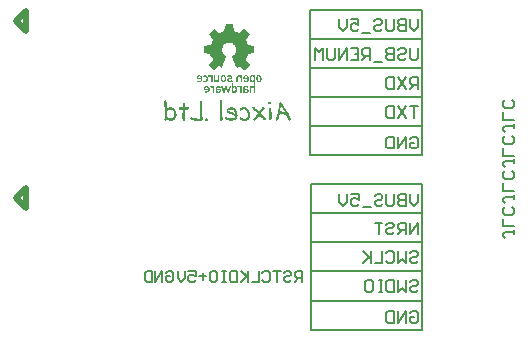
<source format=gbo>
G04*
G04 #@! TF.GenerationSoftware,Altium Limited,Altium Designer,19.0.4 (130)*
G04*
G04 Layer_Color=32896*
%FSLAX25Y25*%
%MOIN*%
G70*
G01*
G75*
%ADD11C,0.00787*%
%ADD16C,0.00591*%
%ADD60C,0.01968*%
G36*
X104519Y107128D02*
Y107088D01*
Y107048D01*
X104960Y104923D01*
X104960Y104843D01*
X105000Y104803D01*
X105041D01*
X106484Y104202D01*
X106644D01*
X108408Y105485D01*
X108528D01*
X108569Y105445D01*
X110132Y103961D01*
Y103921D01*
Y103881D01*
Y103841D01*
Y103801D01*
X108889Y101997D01*
Y101957D01*
Y101917D01*
Y101877D01*
Y101837D01*
X109491Y100353D01*
X109611Y100273D01*
X109651D01*
X111696Y99912D01*
X111736D01*
X111776Y99872D01*
Y99832D01*
Y99792D01*
Y97667D01*
Y97587D01*
X111736Y97547D01*
X111696D01*
X109691Y97146D01*
X109651D01*
X109611Y97106D01*
Y97066D01*
Y97026D01*
X108929Y95462D01*
Y95422D01*
Y95382D01*
Y95342D01*
Y95302D01*
X110132Y93618D01*
Y93578D01*
Y93538D01*
Y93498D01*
X108569Y91974D01*
X108488Y91934D01*
X108448D01*
X108408Y91974D01*
X106764Y93097D01*
X106644D01*
X105923Y92696D01*
X105802Y92736D01*
X105762D01*
X104279Y96384D01*
Y96505D01*
X104319Y96545D01*
X104519Y96625D01*
Y96665D01*
X104560D01*
X104600Y96705D01*
X104640Y96745D01*
X105000Y97026D01*
X105281Y97306D01*
X105441Y97627D01*
X105602Y97948D01*
X105682Y98228D01*
X105722Y98469D01*
Y98629D01*
Y98669D01*
X105682Y99030D01*
X105602Y99351D01*
X105522Y99632D01*
X105361Y99872D01*
X105241Y100073D01*
X105161Y100233D01*
X105081Y100313D01*
X105041Y100353D01*
X104760Y100594D01*
X104479Y100754D01*
X104199Y100915D01*
X103918Y100995D01*
X103718Y101035D01*
X103517Y101075D01*
X103357D01*
X102996Y101035D01*
X102675Y100955D01*
X102395Y100834D01*
X102154Y100714D01*
X101954Y100594D01*
X101793Y100473D01*
X101713Y100393D01*
X101673Y100353D01*
X101433Y100073D01*
X101272Y99792D01*
X101152Y99511D01*
X101072Y99271D01*
X101032Y99030D01*
X100991Y98830D01*
Y98709D01*
Y98669D01*
X101032Y98228D01*
X101152Y97828D01*
X101352Y97507D01*
X101513Y97226D01*
X101713Y97026D01*
X101914Y96865D01*
X102034Y96785D01*
X102074Y96745D01*
X102114Y96705D01*
X102154Y96665D01*
X102194Y96625D01*
X102395Y96545D01*
X102435Y96424D01*
Y96384D01*
X100911Y92736D01*
X100871Y92696D01*
X100791D01*
X100110Y93097D01*
X99949D01*
X98305Y91974D01*
X98225Y91934D01*
X98185D01*
X98145Y91974D01*
X96622Y93498D01*
Y93538D01*
Y93618D01*
X97784Y95302D01*
Y95342D01*
Y95382D01*
Y95422D01*
Y95462D01*
X97103Y97026D01*
Y97106D01*
X97063Y97146D01*
X97023D01*
X95018Y97547D01*
X94978Y97587D01*
X94938Y97627D01*
Y97667D01*
Y99792D01*
Y99872D01*
X94978Y99912D01*
X95018D01*
X97063Y100273D01*
X97143D01*
X97183Y100313D01*
Y100353D01*
X97824Y101837D01*
Y101877D01*
Y101917D01*
Y101997D01*
X96622Y103801D01*
Y103841D01*
Y103881D01*
Y103921D01*
Y103961D01*
X98145Y105445D01*
X98225Y105485D01*
X98305D01*
X100110Y104202D01*
X100230D01*
X101673Y104803D01*
X101713Y104843D01*
X101753Y104883D01*
X101753Y104923D01*
X102194Y107048D01*
Y107128D01*
X102234Y107168D01*
X104479D01*
X104519Y107128D01*
D02*
G37*
G36*
X111936Y84357D02*
X111535D01*
Y85680D01*
X111495Y85841D01*
X111455Y86001D01*
X111295Y86121D01*
X111174Y86201D01*
X111094D01*
X110934Y86161D01*
X110813Y86121D01*
X110653Y85961D01*
X110613Y85760D01*
Y85720D01*
Y85680D01*
Y84357D01*
X110172D01*
Y85841D01*
X110212Y86081D01*
X110292Y86282D01*
X110413Y86402D01*
X110533Y86522D01*
X110813Y86602D01*
X110934D01*
X111214Y86562D01*
X111415Y86482D01*
X111495Y86402D01*
X111535Y86362D01*
Y88126D01*
X111295Y88006D01*
X111094Y87925D01*
X110974Y87885D01*
X110934D01*
X110693Y87925D01*
X110493Y88046D01*
X110333Y88166D01*
X110292Y88206D01*
X110252Y88286D01*
X110212Y88406D01*
X110172Y88687D01*
Y88928D01*
Y89008D01*
Y89048D01*
Y89449D01*
X110212Y89729D01*
X110252Y89890D01*
X110292Y89930D01*
X110493Y90090D01*
X110733Y90170D01*
X110854Y90210D01*
X110934D01*
X111174Y90170D01*
X111375Y90090D01*
X111495Y89970D01*
X111535Y89930D01*
Y90210D01*
X111936D01*
Y84357D01*
D02*
G37*
G36*
X107606Y87925D02*
X107125D01*
Y89288D01*
X107085Y89449D01*
X107045Y89569D01*
X106885Y89729D01*
X106764Y89769D01*
X106524D01*
X106404Y89689D01*
X106243Y89529D01*
X106203Y89369D01*
Y89328D01*
Y89288D01*
Y87925D01*
X105762D01*
Y89409D01*
X105802Y89689D01*
X105883Y89890D01*
X106003Y90010D01*
X106123Y90130D01*
X106404Y90210D01*
X106524D01*
X106805Y90170D01*
X107005Y90090D01*
X107085Y89970D01*
X107125Y89930D01*
Y90210D01*
X107606D01*
Y87925D01*
D02*
G37*
G36*
X97784D02*
X97303D01*
Y89288D01*
X97263Y89449D01*
X97223Y89569D01*
X97063Y89729D01*
X96942Y89769D01*
X96862D01*
X96782Y89729D01*
X96702Y89689D01*
X96622Y89649D01*
Y89609D01*
X96261Y90050D01*
X96421Y90130D01*
X96582Y90210D01*
X96702D01*
X96983Y90170D01*
X97183Y90090D01*
X97263Y89970D01*
X97303Y89930D01*
Y90210D01*
X97784D01*
Y87925D01*
D02*
G37*
G36*
X100110Y88647D02*
X100069Y88406D01*
X99989Y88206D01*
X99869Y88086D01*
X99709Y87965D01*
X99428Y87885D01*
X99308D01*
X99107Y87925D01*
X98907Y88006D01*
X98786Y88086D01*
X98747Y88126D01*
Y87925D01*
X98305D01*
Y90210D01*
X98747D01*
Y88847D01*
Y88687D01*
X98827Y88567D01*
X98947Y88446D01*
X99067Y88366D01*
X99147D01*
X99308Y88406D01*
X99428Y88446D01*
X99548Y88607D01*
X99628Y88767D01*
Y88847D01*
Y90210D01*
X100110D01*
Y88647D01*
D02*
G37*
G36*
X95619Y90170D02*
X95860Y90050D01*
X96060Y89850D01*
X96181Y89649D01*
X96261Y89409D01*
X96301Y89248D01*
Y89088D01*
Y89048D01*
X96261Y88647D01*
X96141Y88366D01*
X95980Y88166D01*
X95780Y88046D01*
X95579Y87965D01*
X95419Y87885D01*
X95259D01*
X94938Y87965D01*
X94657Y88086D01*
X94497Y88206D01*
X94457Y88286D01*
X94818Y88607D01*
X94978Y88487D01*
X95098Y88406D01*
X95218Y88366D01*
X95259D01*
X95459Y88406D01*
X95619Y88487D01*
X95700Y88567D01*
X95780Y88727D01*
X95860Y88928D01*
Y89008D01*
Y89048D01*
X95820Y89288D01*
X95780Y89449D01*
X95660Y89609D01*
X95539Y89689D01*
X95339Y89769D01*
X95259D01*
X95058Y89729D01*
X94938Y89649D01*
X94858Y89569D01*
X94818Y89529D01*
X94457Y89850D01*
X94737Y90050D01*
X94978Y90170D01*
X95178Y90210D01*
X95259D01*
X95619Y90170D01*
D02*
G37*
G36*
X109250D02*
X109450Y90050D01*
X109611Y89850D01*
X109731Y89649D01*
X109811Y89409D01*
X109851Y89248D01*
Y89088D01*
Y89048D01*
X109811Y88647D01*
X109691Y88366D01*
X109531Y88166D01*
X109330Y88046D01*
X109170Y87965D01*
X109010Y87885D01*
X108849D01*
X108528Y87925D01*
X108248Y88086D01*
X108087Y88206D01*
X108007Y88246D01*
X108368Y88567D01*
X108528Y88406D01*
X108689Y88326D01*
X108809Y88286D01*
X108889D01*
X109050Y88326D01*
X109170Y88366D01*
X109330Y88567D01*
X109410Y88767D01*
Y88807D01*
Y88847D01*
X107967D01*
Y89288D01*
X108007Y89609D01*
X108127Y89810D01*
X108288Y89970D01*
X108448Y90090D01*
X108609Y90170D01*
X108769Y90210D01*
X108929D01*
X109250Y90170D01*
D02*
G37*
G36*
X93775D02*
X93976Y90050D01*
X94136Y89850D01*
X94256Y89649D01*
X94336Y89409D01*
X94377Y89248D01*
Y89088D01*
Y89048D01*
X94336Y88647D01*
X94216Y88366D01*
X94056Y88166D01*
X93856Y88046D01*
X93655Y87965D01*
X93495Y87885D01*
X93334D01*
X93014Y87925D01*
X92773Y88086D01*
X92613Y88206D01*
X92532Y88246D01*
X92893Y88567D01*
X93014Y88406D01*
X93174Y88326D01*
X93294Y88286D01*
X93334D01*
X93535Y88326D01*
X93655Y88366D01*
X93815Y88567D01*
X93896Y88767D01*
Y88807D01*
Y88847D01*
X92452D01*
Y89288D01*
X92492Y89609D01*
X92613Y89810D01*
X92773Y89970D01*
X92933Y90090D01*
X93134Y90170D01*
X93294Y90210D01*
X93455D01*
X93775Y90170D01*
D02*
G37*
G36*
X113580D02*
X113780Y90090D01*
X113941Y89970D01*
X113981Y89930D01*
X114101Y89649D01*
X114141Y89369D01*
X114181Y89128D01*
Y89088D01*
Y89048D01*
X114141Y88687D01*
X114061Y88406D01*
X114021Y88246D01*
X113981Y88206D01*
X113740Y88006D01*
X113500Y87925D01*
X113339Y87885D01*
X113259D01*
X112978Y87925D01*
X112778Y88046D01*
X112658Y88166D01*
X112618Y88206D01*
X112457Y88446D01*
X112417Y88727D01*
X112377Y88968D01*
Y89008D01*
Y89048D01*
X112417Y89449D01*
X112497Y89729D01*
X112577Y89890D01*
X112618Y89930D01*
X112778Y90090D01*
X112978Y90170D01*
X113179Y90210D01*
X113259D01*
X113580Y90170D01*
D02*
G37*
G36*
X103838D02*
X104038Y90090D01*
X104199Y90010D01*
X104279Y89890D01*
X104399Y89649D01*
Y89569D01*
Y89529D01*
X104359Y89328D01*
X104279Y89168D01*
X104078Y88968D01*
X103838Y88888D01*
X103798Y88847D01*
X103357D01*
X103156Y88767D01*
X103076Y88687D01*
X103036Y88647D01*
Y88607D01*
Y88487D01*
X103116Y88406D01*
X103277Y88326D01*
X103437Y88286D01*
X103517D01*
X103798Y88326D01*
X104038Y88446D01*
X104199Y88567D01*
X104239Y88607D01*
X104519Y88286D01*
X104199Y88046D01*
X103878Y87925D01*
X103637Y87885D01*
X103557D01*
X103236Y87925D01*
X102996Y88006D01*
X102836Y88126D01*
X102715Y88246D01*
X102635Y88366D01*
X102595Y88487D01*
Y88567D01*
Y88607D01*
X102635Y88807D01*
X102675Y88968D01*
X102916Y89168D01*
X103116Y89248D01*
X103196Y89288D01*
X103236D01*
X103677Y89328D01*
X103838Y89369D01*
X103918Y89449D01*
X103958Y89489D01*
Y89529D01*
X103878Y89689D01*
X103758Y89729D01*
X103637Y89769D01*
X103557D01*
X103397Y89729D01*
X103196Y89689D01*
X103036Y89609D01*
X102956Y89569D01*
X102675Y89890D01*
X102956Y90090D01*
X103236Y90170D01*
X103477Y90210D01*
X103557D01*
X103838Y90170D01*
D02*
G37*
G36*
X101713D02*
X101954Y90090D01*
X102074Y89970D01*
X102114Y89930D01*
X102234Y89689D01*
X102314Y89369D01*
X102355Y89128D01*
Y89088D01*
Y89048D01*
X102314Y88687D01*
X102234Y88406D01*
X102154Y88246D01*
X102114Y88206D01*
X101874Y88006D01*
X101673Y87925D01*
X101513Y87885D01*
X101433D01*
X101112Y87925D01*
X100911Y88046D01*
X100791Y88166D01*
X100751Y88206D01*
X100591Y88446D01*
X100550Y88727D01*
X100510Y88968D01*
Y89008D01*
Y89048D01*
X100550Y89449D01*
X100631Y89729D01*
X100711Y89890D01*
X100751Y89930D01*
X100951Y90090D01*
X101152Y90170D01*
X101352Y90210D01*
X101433D01*
X101713Y90170D01*
D02*
G37*
G36*
X107486Y84357D02*
X107045D01*
Y85680D01*
Y85841D01*
X106965Y86001D01*
X106845Y86121D01*
X106724Y86201D01*
X106644D01*
X106524Y86161D01*
X106404Y86121D01*
X106364Y86081D01*
X106324Y86041D01*
X105963Y86442D01*
X106163Y86522D01*
X106324Y86602D01*
X106484D01*
X106724Y86562D01*
X106885Y86482D01*
X107005Y86402D01*
X107045Y86362D01*
Y86602D01*
X107486D01*
Y84357D01*
D02*
G37*
G36*
X98346D02*
X97905D01*
Y85680D01*
X97865Y85841D01*
X97824Y86001D01*
X97664Y86121D01*
X97544Y86201D01*
X97464D01*
X97383Y86161D01*
X97263Y86121D01*
X97223Y86081D01*
X97183Y86041D01*
X96822Y86442D01*
X96983Y86522D01*
X97143Y86602D01*
X97263D01*
X97544Y86562D01*
X97744Y86482D01*
X97865Y86402D01*
X97905Y86362D01*
Y86602D01*
X98346D01*
Y84357D01*
D02*
G37*
G36*
X109290Y86562D02*
X109531Y86482D01*
X109691Y86362D01*
X109731Y86322D01*
X109410Y86041D01*
X109250Y86121D01*
X109090Y86201D01*
X108769D01*
X108689Y86161D01*
X108528Y86041D01*
X108488Y85921D01*
Y85881D01*
Y85680D01*
X109090D01*
X109330Y85640D01*
X109531Y85600D01*
X109651Y85480D01*
X109771Y85360D01*
X109851Y85159D01*
Y85079D01*
Y85039D01*
X109811Y84798D01*
X109731Y84638D01*
X109611Y84478D01*
X109450Y84397D01*
X109170Y84317D01*
X109050D01*
X108769Y84357D01*
X108609Y84438D01*
X108528Y84518D01*
X108488Y84558D01*
Y84357D01*
X108007D01*
Y85881D01*
X108047Y86121D01*
X108168Y86282D01*
X108328Y86442D01*
X108488Y86522D01*
X108649Y86562D01*
X108809Y86602D01*
X108969D01*
X109290Y86562D01*
D02*
G37*
G36*
X100150D02*
X100390Y86482D01*
X100510Y86362D01*
X100550Y86322D01*
X100190Y86041D01*
X100110Y86121D01*
X99949Y86201D01*
X99628D01*
X99508Y86161D01*
X99348Y86041D01*
X99308Y85921D01*
Y85881D01*
Y85680D01*
X99949D01*
X100190Y85640D01*
X100390Y85600D01*
X100510Y85480D01*
X100631Y85360D01*
X100711Y85159D01*
Y85079D01*
Y85039D01*
X100671Y84798D01*
X100591Y84638D01*
X100430Y84478D01*
X100270Y84397D01*
X99989Y84317D01*
X99869D01*
X99628Y84357D01*
X99428Y84438D01*
X99348Y84518D01*
X99308Y84558D01*
Y84357D01*
X98867D01*
Y85881D01*
X98907Y86121D01*
X99027Y86282D01*
X99147Y86442D01*
X99308Y86522D01*
X99508Y86562D01*
X99628Y86602D01*
X99989D01*
X100150Y86562D01*
D02*
G37*
G36*
X103196Y84357D02*
X102796D01*
X102355Y85961D01*
X101833Y84357D01*
X101433D01*
X100711Y86602D01*
X101192D01*
X101633Y85039D01*
X102114Y86602D01*
X102475D01*
X102996Y85039D01*
X103477Y86602D01*
X103918D01*
X103196Y84357D01*
D02*
G37*
G36*
X96221Y86562D02*
X96421Y86442D01*
X96582Y86242D01*
X96702Y86041D01*
X96782Y85841D01*
X96822Y85640D01*
Y85520D01*
Y85480D01*
X96782Y85079D01*
X96662Y84798D01*
X96501Y84598D01*
X96301Y84478D01*
X96100Y84397D01*
X95940Y84317D01*
X95780D01*
X95459Y84357D01*
X95218Y84518D01*
X95058Y84638D01*
X94978Y84678D01*
X95339Y84959D01*
X95499Y84838D01*
X95660Y84758D01*
X95780Y84718D01*
X95860D01*
X96020Y84758D01*
X96141Y84798D01*
X96261Y84999D01*
X96341Y85199D01*
Y85239D01*
Y85279D01*
X94938D01*
Y85680D01*
X94978Y86001D01*
X95098Y86201D01*
X95259Y86362D01*
X95419Y86482D01*
X95579Y86562D01*
X95740Y86602D01*
X95900D01*
X96221Y86562D01*
D02*
G37*
G36*
X104640Y86362D02*
X104840Y86522D01*
X105000Y86562D01*
X105161Y86602D01*
X105201D01*
X105482Y86562D01*
X105682Y86482D01*
X105762Y86402D01*
X105802Y86362D01*
X105842Y86282D01*
X105883Y86161D01*
X105923Y85881D01*
X105963Y85600D01*
Y85520D01*
Y85480D01*
Y85239D01*
X105923Y85039D01*
Y84878D01*
X105883Y84758D01*
X105842Y84638D01*
X105802Y84598D01*
X105642Y84438D01*
X105441Y84357D01*
X105281Y84317D01*
X105201D01*
X104960Y84357D01*
X104800Y84438D01*
X104680Y84518D01*
X104640Y84558D01*
Y84357D01*
X104159D01*
Y87524D01*
X104640D01*
Y86362D01*
D02*
G37*
G36*
X116924Y81351D02*
X116990Y81340D01*
X117099Y81296D01*
X117143Y81263D01*
X117176Y81242D01*
X117186Y81231D01*
X117197Y81220D01*
X117241Y81165D01*
X117274Y81110D01*
X117318Y81001D01*
X117329Y80946D01*
X117340Y80914D01*
Y80892D01*
Y80881D01*
X117329Y80804D01*
X117318Y80739D01*
X117263Y80629D01*
X117241Y80586D01*
X117219Y80553D01*
X117208Y80542D01*
X117197Y80531D01*
X117143Y80487D01*
X117088Y80455D01*
X116979Y80422D01*
X116924Y80411D01*
X116891Y80400D01*
X116859D01*
X116782Y80411D01*
X116727Y80422D01*
X116618Y80466D01*
X116574Y80487D01*
X116542Y80509D01*
X116531Y80531D01*
X116520D01*
X116465Y80586D01*
X116432Y80651D01*
X116389Y80761D01*
X116378Y80804D01*
X116367Y80848D01*
Y80870D01*
Y80881D01*
X116378Y80957D01*
X116389Y81012D01*
X116443Y81121D01*
X116476Y81165D01*
X116498Y81198D01*
X116509Y81209D01*
X116520Y81220D01*
X116574Y81263D01*
X116629Y81307D01*
X116738Y81340D01*
X116793Y81351D01*
X116826Y81362D01*
X116859D01*
X116924Y81351D01*
D02*
G37*
G36*
X88430Y80914D02*
X88517Y80881D01*
X88583Y80837D01*
X88594Y80826D01*
X88605Y80815D01*
X88648Y80771D01*
X88670Y80728D01*
X88714Y80629D01*
X88725Y80564D01*
Y80542D01*
Y80531D01*
Y80466D01*
Y80378D01*
X88714Y80214D01*
Y80138D01*
X88703Y80072D01*
Y80028D01*
Y80017D01*
X88692Y79897D01*
Y79788D01*
X88681Y79689D01*
Y79613D01*
Y79547D01*
Y79504D01*
Y79471D01*
Y79460D01*
X89556Y79526D01*
X89621D01*
X89676Y79504D01*
X89763Y79471D01*
X89818Y79427D01*
X89840Y79416D01*
Y79405D01*
X89905Y79307D01*
X89938Y79208D01*
Y79165D01*
X89949Y79132D01*
Y79110D01*
Y79099D01*
X89938Y78979D01*
X89894Y78881D01*
X89840Y78815D01*
X89763Y78760D01*
X89698Y78728D01*
X89643Y78706D01*
X89599Y78695D01*
X89588D01*
X89370Y78673D01*
X89184Y78662D01*
X89020Y78651D01*
X88889Y78640D01*
X88790D01*
X88714Y78629D01*
X88659D01*
X88583Y76203D01*
Y76137D01*
Y76061D01*
X88594Y75908D01*
Y75842D01*
X88605Y75787D01*
Y75744D01*
Y75733D01*
Y75624D01*
X88616Y75525D01*
Y75449D01*
Y75383D01*
Y75328D01*
Y75296D01*
Y75274D01*
Y75263D01*
X88605Y75208D01*
X88594Y75153D01*
X88550Y75077D01*
X88517Y75022D01*
X88495Y75001D01*
X88397Y74935D01*
X88298Y74902D01*
X88222Y74891D01*
X88200D01*
X88124Y74902D01*
X88047Y74935D01*
X87993Y74979D01*
X87938Y75033D01*
X87861Y75175D01*
X87818Y75350D01*
X87785Y75514D01*
X87763Y75656D01*
Y75711D01*
Y75755D01*
Y75787D01*
Y75798D01*
Y76006D01*
X87774Y76192D01*
X87840Y78640D01*
X87686Y78662D01*
X87555Y78673D01*
X87457Y78684D01*
X87391D01*
X87337Y78695D01*
X87151D01*
X87107Y78684D01*
X86878D01*
X86757Y78706D01*
X86659Y78738D01*
X86604Y78771D01*
X86582Y78793D01*
X86539Y78837D01*
X86517Y78892D01*
X86473Y78990D01*
Y79034D01*
X86462Y79066D01*
Y79088D01*
Y79099D01*
X86473Y79198D01*
X86506Y79285D01*
X86550Y79351D01*
X86593Y79405D01*
X86637Y79438D01*
X86681Y79460D01*
X86714Y79482D01*
X86725D01*
X86790Y79493D01*
X86867Y79504D01*
X87053Y79526D01*
X87326D01*
X87402Y79515D01*
X87501Y79504D01*
X87610Y79493D01*
X87708Y79482D01*
X87796Y79471D01*
X87850Y79460D01*
X87872D01*
Y79711D01*
X87861Y79952D01*
Y80105D01*
Y80225D01*
X87872Y80269D01*
Y80301D01*
Y80313D01*
Y80323D01*
X87883Y80433D01*
X87905Y80531D01*
X87938Y80608D01*
X87971Y80673D01*
X88036Y80782D01*
X88113Y80859D01*
X88189Y80903D01*
X88255Y80924D01*
X88288Y80936D01*
X88375D01*
X88430Y80914D01*
D02*
G37*
G36*
X104278Y79460D02*
X104442Y79438D01*
X104595Y79394D01*
X104737Y79351D01*
X104989Y79220D01*
X105109Y79143D01*
X105207Y79077D01*
X105306Y79001D01*
X105382Y78924D01*
X105448Y78859D01*
X105502Y78793D01*
X105557Y78750D01*
X105590Y78706D01*
X105601Y78684D01*
X105612Y78673D01*
X105699Y78531D01*
X105776Y78389D01*
X105907Y78083D01*
X105994Y77788D01*
X106060Y77504D01*
X106082Y77372D01*
X106093Y77252D01*
X106114Y77143D01*
Y77055D01*
X106125Y76979D01*
Y76913D01*
Y76880D01*
Y76869D01*
X106114Y76706D01*
X106104Y76542D01*
X106071Y76389D01*
X106027Y76257D01*
X105929Y76006D01*
X105808Y75798D01*
X105754Y75711D01*
X105699Y75634D01*
X105644Y75580D01*
X105601Y75525D01*
X105557Y75481D01*
X105524Y75449D01*
X105513Y75438D01*
X105502Y75427D01*
X105273Y75274D01*
X105021Y75164D01*
X104770Y75077D01*
X104530Y75022D01*
X104322Y74990D01*
X104224Y74979D01*
X104147D01*
X104081Y74968D01*
X103994D01*
X103764Y74979D01*
X103546Y75011D01*
X103338Y75055D01*
X103152Y75110D01*
X102988Y75153D01*
X102923Y75175D01*
X102868Y75197D01*
X102824Y75219D01*
X102792Y75230D01*
X102770Y75241D01*
X102759D01*
X102628Y75306D01*
X102518Y75372D01*
X102409Y75438D01*
X102333Y75514D01*
X102256Y75580D01*
X102201Y75645D01*
X102103Y75766D01*
X102059Y75875D01*
X102027Y75962D01*
X102016Y76017D01*
Y76039D01*
Y76094D01*
X102038Y76137D01*
X102070Y76214D01*
X102114Y76268D01*
X102125Y76290D01*
X102136D01*
X102180Y76334D01*
X102223Y76356D01*
X102300Y76399D01*
X102365Y76411D01*
X102387D01*
X102442Y76399D01*
X102507Y76378D01*
X102606Y76301D01*
X102672Y76214D01*
X102682Y76192D01*
X102693Y76181D01*
X102759Y76104D01*
X102846Y76028D01*
X102956Y75973D01*
X103054Y75919D01*
X103152Y75875D01*
X103240Y75842D01*
X103295Y75831D01*
X103305Y75820D01*
X103316D01*
X103458Y75788D01*
X103579Y75766D01*
X103699Y75744D01*
X103797Y75733D01*
X103874D01*
X103928Y75722D01*
X103983D01*
X104147Y75733D01*
X104300Y75744D01*
X104442Y75776D01*
X104562Y75809D01*
X104661Y75831D01*
X104726Y75864D01*
X104781Y75875D01*
X104792Y75886D01*
X104912Y75962D01*
X105021Y76039D01*
X105120Y76126D01*
X105207Y76214D01*
X105273Y76290D01*
X105316Y76356D01*
X105349Y76399D01*
X105360Y76411D01*
X103786Y77154D01*
X103557Y77263D01*
X103371Y77350D01*
X103218Y77438D01*
X103098Y77504D01*
X103010Y77547D01*
X102956Y77580D01*
X102923Y77602D01*
X102912Y77613D01*
X102824Y77678D01*
X102759Y77744D01*
X102639Y77875D01*
X102551Y77995D01*
X102497Y78115D01*
X102464Y78214D01*
X102453Y78301D01*
X102442Y78345D01*
Y78367D01*
X102453Y78476D01*
X102464Y78575D01*
X102529Y78750D01*
X102606Y78892D01*
X102704Y79012D01*
X102803Y79110D01*
X102890Y79176D01*
X102956Y79220D01*
X102967Y79230D01*
X102978D01*
X103152Y79307D01*
X103338Y79373D01*
X103524Y79416D01*
X103699Y79438D01*
X103863Y79460D01*
X103983Y79471D01*
X104103D01*
X104278Y79460D01*
D02*
G37*
G36*
X108585Y79536D02*
X108727Y79504D01*
X108869Y79460D01*
X108989Y79394D01*
X109120Y79318D01*
X109230Y79230D01*
X109437Y79056D01*
X109601Y78870D01*
X109678Y78782D01*
X109732Y78706D01*
X109776Y78640D01*
X109809Y78597D01*
X109831Y78564D01*
X109842Y78553D01*
X109940Y78389D01*
X110027Y78225D01*
X110104Y78061D01*
X110159Y77908D01*
X110268Y77613D01*
X110333Y77350D01*
X110355Y77230D01*
X110366Y77132D01*
X110377Y77034D01*
X110388Y76957D01*
X110399Y76902D01*
Y76859D01*
Y76826D01*
Y76815D01*
X110388Y76651D01*
X110377Y76498D01*
X110311Y76225D01*
X110213Y75984D01*
X110104Y75776D01*
X109995Y75613D01*
X109940Y75547D01*
X109896Y75492D01*
X109863Y75449D01*
X109831Y75416D01*
X109820Y75405D01*
X109809Y75394D01*
X109699Y75306D01*
X109579Y75230D01*
X109350Y75099D01*
X109109Y75011D01*
X108891Y74957D01*
X108694Y74913D01*
X108607Y74902D01*
X108541D01*
X108475Y74891D01*
X108399D01*
X108257Y74902D01*
X108093Y74935D01*
X107940Y74968D01*
X107798Y75022D01*
X107667Y75066D01*
X107557Y75099D01*
X107492Y75132D01*
X107481Y75143D01*
X107470D01*
X107360Y75197D01*
X107251Y75241D01*
X107175Y75296D01*
X107098Y75350D01*
X107033Y75394D01*
X106978Y75449D01*
X106901Y75536D01*
X106858Y75613D01*
X106836Y75667D01*
X106825Y75711D01*
Y75722D01*
Y75776D01*
X106847Y75831D01*
X106879Y75919D01*
X106923Y75973D01*
X106934Y75995D01*
X106945D01*
X106989Y76039D01*
X107033Y76072D01*
X107120Y76115D01*
X107186Y76126D01*
X107207D01*
X107262Y76115D01*
X107317Y76094D01*
X107360Y76061D01*
X107371Y76050D01*
X107382D01*
X107863Y75798D01*
X107973Y75755D01*
X108071Y75722D01*
X108158Y75700D01*
X108235Y75689D01*
X108300Y75678D01*
X108355Y75667D01*
X108399D01*
X108596Y75678D01*
X108770Y75711D01*
X108923Y75755D01*
X109044Y75809D01*
X109153Y75864D01*
X109219Y75908D01*
X109273Y75941D01*
X109284Y75951D01*
X109404Y76083D01*
X109503Y76225D01*
X109568Y76367D01*
X109612Y76498D01*
X109634Y76629D01*
X109645Y76727D01*
X109656Y76793D01*
Y76804D01*
Y76815D01*
X109645Y77012D01*
X109601Y77219D01*
X109536Y77416D01*
X109470Y77602D01*
X109404Y77766D01*
X109372Y77842D01*
X109339Y77897D01*
X109317Y77952D01*
X109295Y77984D01*
X109284Y78006D01*
Y78017D01*
X109208Y78148D01*
X109131Y78269D01*
X109055Y78367D01*
X108978Y78454D01*
X108902Y78531D01*
X108836Y78585D01*
X108770Y78640D01*
X108705Y78673D01*
X108596Y78728D01*
X108519Y78760D01*
X108464Y78771D01*
X108442D01*
X108246Y78760D01*
X108082Y78738D01*
X107951Y78706D01*
X107841Y78673D01*
X107754Y78640D01*
X107688Y78607D01*
X107656Y78585D01*
X107645Y78575D01*
X107590Y78520D01*
X107535Y78476D01*
X107492Y78443D01*
X107481Y78433D01*
X107404Y78400D01*
X107339Y78378D01*
X107284Y78367D01*
X107262D01*
X107207Y78378D01*
X107153Y78389D01*
X107076Y78433D01*
X107033Y78465D01*
X107011Y78487D01*
X106945Y78585D01*
X106912Y78673D01*
X106901Y78738D01*
Y78750D01*
Y78760D01*
X106912Y78826D01*
X106923Y78892D01*
X106956Y78946D01*
X107000Y79001D01*
X107098Y79099D01*
X107218Y79187D01*
X107339Y79252D01*
X107437Y79307D01*
X107481Y79329D01*
X107502Y79340D01*
X107524Y79351D01*
X107535D01*
X107721Y79416D01*
X107885Y79460D01*
X108038Y79504D01*
X108180Y79526D01*
X108290Y79536D01*
X108366Y79547D01*
X108442D01*
X108585Y79536D01*
D02*
G37*
G36*
X93993Y81515D02*
X94081Y81471D01*
X94146Y81427D01*
X94157Y81416D01*
X94168Y81406D01*
X94234Y81307D01*
X94266Y81209D01*
Y81176D01*
X94277Y81143D01*
Y81121D01*
Y81110D01*
Y80684D01*
Y80269D01*
X94288Y79864D01*
X94299Y79471D01*
Y79110D01*
X94310Y78760D01*
X94321Y78433D01*
X94332Y78137D01*
X94343Y77864D01*
X94354Y77624D01*
X94365Y77416D01*
Y77230D01*
X94376Y77088D01*
X94387Y76990D01*
Y76924D01*
Y76913D01*
Y76902D01*
X94463Y75536D01*
X94452Y75372D01*
X94430Y75241D01*
X94387Y75132D01*
X94343Y75044D01*
X94299Y74979D01*
X94255Y74935D01*
X94234Y74913D01*
X94223Y74902D01*
X94146Y74858D01*
X94048Y74826D01*
X93851Y74793D01*
X93764Y74782D01*
X93687Y74771D01*
X93621D01*
X93392Y74782D01*
X93141Y74793D01*
X92889Y74826D01*
X92649Y74858D01*
X92441Y74880D01*
X92343Y74902D01*
X92266Y74913D01*
X92200Y74924D01*
X92157D01*
X92124Y74935D01*
X92113D01*
X91927Y74968D01*
X91763Y75001D01*
X91599Y75033D01*
X91457Y75066D01*
X91326Y75099D01*
X91206Y75132D01*
X91097Y75164D01*
X90998Y75197D01*
X90922Y75219D01*
X90845Y75241D01*
X90791Y75263D01*
X90736Y75285D01*
X90692Y75296D01*
X90670Y75306D01*
X90649Y75317D01*
X90561Y75372D01*
X90496Y75427D01*
X90441Y75492D01*
X90408Y75558D01*
X90386Y75613D01*
X90375Y75656D01*
Y75689D01*
Y75700D01*
X90397Y75820D01*
X90430Y75919D01*
X90463Y75984D01*
X90484Y75995D01*
Y76006D01*
X90528Y76050D01*
X90583Y76094D01*
X90681Y76126D01*
X90714Y76137D01*
X90747Y76148D01*
X90823D01*
X90867Y76137D01*
X90900Y76126D01*
X90911D01*
X91217Y76039D01*
X91501Y75951D01*
X91774Y75886D01*
X92037Y75831D01*
X92277Y75776D01*
X92507Y75733D01*
X92714Y75700D01*
X92900Y75678D01*
X93064Y75656D01*
X93217Y75645D01*
X93348Y75634D01*
X93447Y75624D01*
X93643D01*
Y75831D01*
Y75929D01*
X93632Y76028D01*
Y76104D01*
X93621Y76170D01*
Y76214D01*
Y76225D01*
X93567Y76859D01*
X93534Y77591D01*
X93501Y78334D01*
X93490Y78695D01*
X93479Y79045D01*
Y79383D01*
X93468Y79700D01*
Y79996D01*
X93458Y80269D01*
Y80509D01*
Y80717D01*
Y80881D01*
Y80946D01*
Y81001D01*
Y81056D01*
Y81089D01*
Y81099D01*
Y81110D01*
Y81176D01*
X93479Y81231D01*
X93512Y81329D01*
X93556Y81384D01*
X93567Y81406D01*
X93578D01*
X93621Y81449D01*
X93676Y81482D01*
X93774Y81526D01*
X93807D01*
X93840Y81537D01*
X93938D01*
X93993Y81515D01*
D02*
G37*
G36*
X111568Y79711D02*
X111623Y79690D01*
X111722Y79624D01*
X111787Y79558D01*
X111798Y79536D01*
X111809Y79526D01*
X111896Y79416D01*
X111995Y79296D01*
X112104Y79176D01*
X112224Y79056D01*
X112334Y78946D01*
X112421Y78859D01*
X112476Y78804D01*
X112487Y78793D01*
X112497Y78782D01*
X113306Y78039D01*
X114028Y79023D01*
X114115Y79132D01*
X114203Y79241D01*
X114279Y79318D01*
X114345Y79394D01*
X114410Y79460D01*
X114476Y79515D01*
X114574Y79591D01*
X114662Y79635D01*
X114716Y79657D01*
X114749Y79668D01*
X114815D01*
X114869Y79646D01*
X114957Y79602D01*
X115011Y79558D01*
X115022Y79547D01*
X115033Y79536D01*
X115099Y79438D01*
X115132Y79340D01*
X115143Y79274D01*
Y79252D01*
Y79241D01*
X115132Y79187D01*
X115121Y79121D01*
X115066Y79023D01*
X115011Y78957D01*
X115000Y78946D01*
X114990Y78935D01*
X114891Y78848D01*
X114804Y78738D01*
X114705Y78618D01*
X114618Y78509D01*
X114541Y78411D01*
X114476Y78323D01*
X114432Y78269D01*
X114421Y78258D01*
Y78247D01*
X113875Y77471D01*
X114760Y76542D01*
X114804Y76498D01*
X114858Y76454D01*
X114979Y76345D01*
X115033Y76290D01*
X115088Y76247D01*
X115121Y76214D01*
X115132Y76203D01*
X115219Y76126D01*
X115285Y76050D01*
X115350Y75984D01*
X115405Y75941D01*
X115438Y75897D01*
X115471Y75864D01*
X115481Y75842D01*
X115492Y75831D01*
X115547Y75733D01*
X115580Y75656D01*
X115591Y75591D01*
Y75580D01*
Y75569D01*
X115580Y75514D01*
X115569Y75460D01*
X115525Y75361D01*
X115492Y75306D01*
X115471Y75296D01*
Y75285D01*
X115427Y75241D01*
X115372Y75219D01*
X115285Y75175D01*
X115219Y75164D01*
X115197D01*
X115143Y75175D01*
X115088Y75186D01*
X114990Y75241D01*
X114924Y75285D01*
X114913Y75296D01*
X114902Y75306D01*
X114738Y75471D01*
X114596Y75613D01*
X114476Y75733D01*
X114377Y75831D01*
X114301Y75897D01*
X114246Y75951D01*
X114214Y75984D01*
X114203Y75995D01*
X113394Y76826D01*
X113219Y76596D01*
X113055Y76389D01*
X112913Y76203D01*
X112771Y76028D01*
X112651Y75875D01*
X112541Y75733D01*
X112443Y75613D01*
X112355Y75503D01*
X112279Y75416D01*
X112213Y75328D01*
X112159Y75274D01*
X112115Y75219D01*
X112082Y75175D01*
X112060Y75153D01*
X112039Y75132D01*
X111995Y75077D01*
X111940Y75033D01*
X111896Y75011D01*
X111853Y74990D01*
X111776Y74968D01*
X111754D01*
X111700Y74979D01*
X111645Y74990D01*
X111558Y75033D01*
X111503Y75066D01*
X111481Y75088D01*
X111437Y75132D01*
X111405Y75186D01*
X111361Y75274D01*
X111350Y75350D01*
Y75361D01*
Y75372D01*
X111372Y75471D01*
X111405Y75558D01*
X111437Y75613D01*
X111459Y75624D01*
Y75634D01*
X112814Y77394D01*
X112082Y78127D01*
X111481Y78695D01*
X111350Y78837D01*
X111251Y78957D01*
X111186Y79066D01*
X111131Y79154D01*
X111109Y79220D01*
X111099Y79274D01*
X111088Y79307D01*
Y79318D01*
Y79373D01*
X111109Y79427D01*
X111153Y79526D01*
X111197Y79580D01*
X111208Y79602D01*
X111219D01*
X111262Y79646D01*
X111317Y79668D01*
X111405Y79711D01*
X111470Y79722D01*
X111503D01*
X111568Y79711D01*
D02*
G37*
G36*
X117110Y79373D02*
X117208Y79340D01*
X117263Y79296D01*
X117285Y79285D01*
Y79274D01*
X117350Y79176D01*
X117383Y79077D01*
Y79034D01*
X117394Y79001D01*
Y78979D01*
Y78968D01*
Y78815D01*
X117405Y78651D01*
Y78487D01*
X117416Y78334D01*
X117427Y78203D01*
Y78094D01*
X117438Y78050D01*
Y78017D01*
Y78006D01*
Y77995D01*
X117449Y77788D01*
X117460Y77602D01*
Y77438D01*
X117471Y77296D01*
Y77176D01*
Y77088D01*
Y77044D01*
Y77022D01*
Y76924D01*
Y76804D01*
Y76684D01*
X117460Y76564D01*
Y76454D01*
Y76367D01*
Y76301D01*
Y76290D01*
Y76279D01*
Y76104D01*
X117449Y75951D01*
Y75831D01*
Y75722D01*
Y75645D01*
Y75580D01*
Y75547D01*
Y75536D01*
X117427Y75416D01*
X117394Y75328D01*
X117361Y75263D01*
X117340Y75252D01*
Y75241D01*
X117252Y75175D01*
X117154Y75143D01*
X117110D01*
X117077Y75132D01*
X117044D01*
X116924Y75153D01*
X116837Y75186D01*
X116782Y75219D01*
X116760Y75241D01*
X116717Y75285D01*
X116695Y75339D01*
X116651Y75438D01*
Y75471D01*
X116640Y75503D01*
Y75525D01*
Y75536D01*
Y75645D01*
Y75755D01*
Y75886D01*
Y76006D01*
X116651Y76115D01*
Y76203D01*
Y76257D01*
Y76279D01*
Y76454D01*
X116662Y76607D01*
Y76738D01*
Y76837D01*
Y76924D01*
Y76979D01*
Y77012D01*
Y77022D01*
Y77176D01*
X116651Y77340D01*
Y77504D01*
X116640Y77657D01*
Y77788D01*
X116629Y77897D01*
Y77941D01*
Y77974D01*
Y77984D01*
Y77995D01*
X116618Y78203D01*
X116607Y78400D01*
X116596Y78564D01*
X116585Y78706D01*
Y78815D01*
Y78903D01*
Y78946D01*
Y78968D01*
Y79034D01*
X116607Y79099D01*
X116640Y79187D01*
X116684Y79252D01*
X116695Y79274D01*
X116706D01*
X116749Y79318D01*
X116793Y79340D01*
X116891Y79383D01*
X116957Y79394D01*
X117055D01*
X117110Y79373D01*
D02*
G37*
G36*
X120553Y81242D02*
X120618Y81198D01*
X120695Y81121D01*
X120793Y81023D01*
X120892Y80903D01*
X120990Y80761D01*
X121198Y80476D01*
X121395Y80192D01*
X121482Y80050D01*
X121569Y79941D01*
X121635Y79832D01*
X121679Y79755D01*
X121712Y79711D01*
X121722Y79690D01*
X121985Y79274D01*
X122214Y78892D01*
X122313Y78706D01*
X122411Y78542D01*
X122509Y78389D01*
X122586Y78247D01*
X122662Y78115D01*
X122728Y77995D01*
X122783Y77897D01*
X122826Y77810D01*
X122870Y77744D01*
X122892Y77700D01*
X122903Y77667D01*
X122914Y77657D01*
X123045Y77613D01*
X123143Y77547D01*
X123220Y77482D01*
X123264Y77405D01*
X123296Y77340D01*
X123307Y77285D01*
X123318Y77241D01*
Y77230D01*
X123307Y77132D01*
X123275Y77055D01*
X123253Y77001D01*
X123242Y76979D01*
X123351Y76749D01*
X123449Y76542D01*
X123526Y76356D01*
X123602Y76192D01*
X123657Y76050D01*
X123712Y75929D01*
X123755Y75820D01*
X123788Y75733D01*
X123810Y75656D01*
X123832Y75602D01*
X123843Y75558D01*
X123854Y75525D01*
X123865Y75481D01*
Y75471D01*
X123854Y75405D01*
X123843Y75339D01*
X123799Y75252D01*
X123766Y75186D01*
X123744Y75175D01*
Y75164D01*
X123646Y75099D01*
X123548Y75066D01*
X123471Y75055D01*
X123449D01*
X123373Y75066D01*
X123296Y75088D01*
X123187Y75175D01*
X123143Y75208D01*
X123111Y75252D01*
X123100Y75274D01*
X123089Y75285D01*
X122990Y75471D01*
X122914Y75656D01*
X122826Y75820D01*
X122761Y75973D01*
X122695Y76115D01*
X122630Y76247D01*
X122586Y76356D01*
X122531Y76465D01*
X122499Y76564D01*
X122455Y76640D01*
X122433Y76717D01*
X122411Y76771D01*
X122389Y76815D01*
X122378Y76848D01*
X122367Y76859D01*
Y76869D01*
X121274Y77099D01*
X121034Y77154D01*
X120815Y77187D01*
X120630Y77219D01*
X120476Y77252D01*
X120345Y77274D01*
X120258Y77285D01*
X120203Y77296D01*
X120181D01*
X120149Y77132D01*
X120127Y76979D01*
X120094Y76826D01*
X120072Y76706D01*
X120050Y76585D01*
X120017Y76476D01*
X120006Y76378D01*
X119985Y76301D01*
X119952Y76159D01*
X119930Y76072D01*
X119908Y76017D01*
Y75995D01*
X119853Y75831D01*
X119799Y75678D01*
X119744Y75547D01*
X119678Y75438D01*
X119624Y75350D01*
X119569Y75274D01*
X119515Y75208D01*
X119471Y75153D01*
X119416Y75110D01*
X119372Y75088D01*
X119307Y75044D01*
X119263Y75033D01*
X119241D01*
X119187Y75044D01*
X119121Y75055D01*
X119034Y75099D01*
X118968Y75132D01*
X118957Y75153D01*
X118946D01*
X118903Y75197D01*
X118870Y75241D01*
X118826Y75339D01*
Y75383D01*
X118815Y75416D01*
Y75438D01*
Y75449D01*
Y75503D01*
X118837Y75569D01*
X118870Y75711D01*
X118892Y75776D01*
X118913Y75831D01*
X118924Y75875D01*
X118935Y75886D01*
X119176Y76542D01*
X119799Y79416D01*
X120050Y80804D01*
X120105Y80957D01*
X120170Y81067D01*
X120247Y81154D01*
X120323Y81209D01*
X120389Y81242D01*
X120444Y81252D01*
X120487Y81263D01*
X120498D01*
X120553Y81242D01*
D02*
G37*
G36*
X100726Y81788D02*
X100824Y81744D01*
X100901Y81679D01*
X100944Y81602D01*
X100977Y81526D01*
X100988Y81460D01*
X100999Y81416D01*
Y81394D01*
Y81143D01*
Y80881D01*
X101010Y80629D01*
Y80400D01*
Y80203D01*
X101021Y80116D01*
Y80039D01*
Y79985D01*
Y79930D01*
Y79908D01*
Y79897D01*
X101032Y79591D01*
Y79307D01*
Y79056D01*
X101043Y78837D01*
Y78738D01*
Y78651D01*
Y78575D01*
Y78520D01*
Y78465D01*
Y78433D01*
Y78411D01*
Y78400D01*
Y78301D01*
Y78192D01*
X101054Y77952D01*
Y77700D01*
X101065Y77460D01*
X101076Y77241D01*
Y77143D01*
Y77055D01*
X101087Y76990D01*
Y76935D01*
Y76902D01*
Y76891D01*
X101098Y76706D01*
Y76542D01*
X101109Y76389D01*
Y76236D01*
X101119Y76104D01*
Y75984D01*
Y75875D01*
Y75766D01*
X101130Y75678D01*
Y75602D01*
Y75536D01*
Y75492D01*
Y75449D01*
Y75416D01*
Y75405D01*
Y75394D01*
X101109Y75252D01*
X101065Y75153D01*
X100999Y75077D01*
X100923Y75033D01*
X100857Y75001D01*
X100792Y74990D01*
X100748Y74979D01*
X100726D01*
X100606Y75001D01*
X100507Y75044D01*
X100442Y75110D01*
X100387Y75186D01*
X100354Y75252D01*
X100332Y75318D01*
X100321Y75361D01*
Y75383D01*
X100311Y75602D01*
X100300Y75798D01*
Y75962D01*
X100289Y76104D01*
Y76203D01*
Y76279D01*
Y76334D01*
Y76345D01*
X100223Y78400D01*
Y78651D01*
Y78913D01*
X100212Y79165D01*
Y79394D01*
Y79602D01*
X100201Y79678D01*
Y79755D01*
Y79821D01*
Y79864D01*
Y79886D01*
Y79897D01*
X100190Y80203D01*
Y80487D01*
X100179Y80739D01*
Y80957D01*
Y81056D01*
Y81143D01*
Y81220D01*
Y81274D01*
Y81329D01*
Y81362D01*
Y81384D01*
Y81394D01*
X100201Y81537D01*
X100245Y81635D01*
X100311Y81712D01*
X100387Y81755D01*
X100464Y81788D01*
X100529Y81799D01*
X100573Y81810D01*
X100595D01*
X100726Y81788D01*
D02*
G37*
G36*
X82167Y81733D02*
X82254Y81690D01*
X82309Y81624D01*
X82363Y81559D01*
X82396Y81493D01*
X82418Y81427D01*
X82429Y81384D01*
Y81373D01*
X82440Y81252D01*
X82451Y81099D01*
X82473Y80936D01*
X82484Y80750D01*
X82506Y80367D01*
X82528Y79974D01*
Y79788D01*
X82538Y79613D01*
X82549Y79460D01*
Y79318D01*
Y79198D01*
X82560Y79110D01*
Y79056D01*
Y79034D01*
X82954Y79318D01*
X83063Y79373D01*
X83183Y79405D01*
X83303Y79438D01*
X83424Y79449D01*
X83533Y79460D01*
X83621Y79471D01*
X83697D01*
X83872Y79460D01*
X84025Y79438D01*
X84178Y79405D01*
X84331Y79373D01*
X84582Y79263D01*
X84801Y79143D01*
X84899Y79077D01*
X84976Y79012D01*
X85052Y78957D01*
X85107Y78913D01*
X85151Y78870D01*
X85184Y78837D01*
X85205Y78815D01*
X85216Y78804D01*
X85315Y78673D01*
X85402Y78542D01*
X85489Y78389D01*
X85555Y78247D01*
X85654Y77952D01*
X85719Y77667D01*
X85752Y77536D01*
X85763Y77416D01*
X85774Y77307D01*
X85785Y77219D01*
X85796Y77143D01*
Y77077D01*
Y77044D01*
Y77034D01*
X85785Y76869D01*
X85774Y76706D01*
X85708Y76411D01*
X85621Y76159D01*
X85511Y75941D01*
X85457Y75853D01*
X85402Y75766D01*
X85358Y75700D01*
X85315Y75645D01*
X85282Y75591D01*
X85249Y75558D01*
X85238Y75547D01*
X85227Y75536D01*
X85118Y75438D01*
X84998Y75350D01*
X84888Y75274D01*
X84768Y75208D01*
X84528Y75110D01*
X84298Y75044D01*
X84101Y75001D01*
X84025Y74989D01*
X83948Y74979D01*
X83894Y74968D01*
X83806D01*
X83555Y74989D01*
X83446Y75001D01*
X83336Y75022D01*
X83260Y75044D01*
X83194Y75055D01*
X83151Y75077D01*
X83140D01*
X82910Y75175D01*
X82801Y75230D01*
X82713Y75285D01*
X82626Y75328D01*
X82571Y75372D01*
X82528Y75394D01*
X82516Y75405D01*
X82473Y75285D01*
X82407Y75186D01*
X82353Y75121D01*
X82287Y75077D01*
X82232Y75055D01*
X82189Y75044D01*
X82156Y75033D01*
X82145D01*
X82036Y75055D01*
X81959Y75088D01*
X81905Y75121D01*
X81883Y75143D01*
X81839Y75186D01*
X81817Y75230D01*
X81773Y75306D01*
X81762Y75383D01*
Y75394D01*
Y75405D01*
Y75471D01*
X81773Y75492D01*
Y75503D01*
X81795Y75645D01*
X81817Y75798D01*
X81839Y76126D01*
X81861Y76465D01*
X81883Y76804D01*
Y76957D01*
Y77110D01*
X81893Y77241D01*
Y77350D01*
Y77449D01*
Y77514D01*
Y77569D01*
Y77580D01*
Y77810D01*
X81883Y78028D01*
Y78236D01*
X81872Y78422D01*
X81861Y78575D01*
Y78695D01*
X81850Y78738D01*
Y78782D01*
Y78793D01*
Y78804D01*
X81817Y79154D01*
X81795Y79471D01*
X81773Y79766D01*
X81751Y80028D01*
X81730Y80258D01*
X81719Y80466D01*
X81708Y80651D01*
X81697Y80804D01*
X81686Y80936D01*
Y81056D01*
X81675Y81143D01*
Y81220D01*
Y81274D01*
Y81307D01*
Y81329D01*
Y81340D01*
X81686Y81471D01*
X81730Y81569D01*
X81795Y81646D01*
X81861Y81690D01*
X81937Y81722D01*
X81992Y81733D01*
X82036Y81744D01*
X82057D01*
X82167Y81733D01*
D02*
G37*
G36*
X95960Y75788D02*
X96037Y75776D01*
X96146Y75722D01*
X96190Y75689D01*
X96223Y75667D01*
X96245Y75656D01*
X96256Y75645D01*
X96299Y75591D01*
X96332Y75525D01*
X96376Y75405D01*
X96387Y75361D01*
X96398Y75318D01*
Y75296D01*
Y75285D01*
X96387Y75208D01*
X96376Y75143D01*
X96321Y75022D01*
X96299Y74979D01*
X96277Y74957D01*
X96267Y74935D01*
X96256Y74924D01*
X96190Y74869D01*
X96135Y74836D01*
X96015Y74793D01*
X95960Y74782D01*
X95917Y74771D01*
X95884D01*
X95807Y74782D01*
X95742Y74793D01*
X95622Y74848D01*
X95578Y74880D01*
X95545Y74902D01*
X95534Y74913D01*
X95523Y74924D01*
X95469Y74979D01*
X95436Y75044D01*
X95392Y75164D01*
X95381Y75208D01*
X95370Y75252D01*
Y75274D01*
Y75285D01*
X95381Y75361D01*
X95392Y75427D01*
X95447Y75547D01*
X95480Y75591D01*
X95501Y75624D01*
X95512Y75634D01*
X95523Y75645D01*
X95578Y75700D01*
X95644Y75733D01*
X95764Y75776D01*
X95807Y75788D01*
X95851Y75798D01*
X95884D01*
X95960Y75788D01*
D02*
G37*
%LPC*%
G36*
X111174Y89769D02*
X111094D01*
X110934Y89729D01*
X110813Y89649D01*
X110653Y89409D01*
X110613Y89168D01*
Y89088D01*
Y89048D01*
Y88807D01*
X110693Y88647D01*
X110774Y88527D01*
X110854Y88446D01*
X111014Y88366D01*
X111094D01*
X111255Y88406D01*
X111335Y88487D01*
X111495Y88727D01*
X111535Y88928D01*
Y89008D01*
Y89048D01*
X111495Y89288D01*
X111455Y89449D01*
X111375Y89609D01*
X111295Y89689D01*
X111174Y89769D01*
D02*
G37*
G36*
X109010D02*
X108769D01*
X108649Y89689D01*
X108488Y89529D01*
X108408Y89369D01*
Y89328D01*
Y89288D01*
X109410D01*
X109370Y89449D01*
X109330Y89569D01*
X109170Y89729D01*
X109010Y89769D01*
D02*
G37*
G36*
X93535D02*
X93294D01*
X93174Y89689D01*
X93014Y89529D01*
X92933Y89369D01*
Y89328D01*
Y89288D01*
X93896D01*
X93856Y89449D01*
X93815Y89569D01*
X93655Y89729D01*
X93535Y89769D01*
D02*
G37*
G36*
X113299D02*
X113259D01*
X113099Y89729D01*
X113019Y89689D01*
X112938Y89609D01*
Y89569D01*
X112858Y89449D01*
X112818Y89288D01*
Y89128D01*
Y89088D01*
Y89048D01*
Y88807D01*
X112858Y88607D01*
X112898Y88527D01*
X112938Y88487D01*
X113019Y88406D01*
X113139Y88366D01*
X113259D01*
X113460Y88406D01*
X113580Y88446D01*
X113660Y88487D01*
X113740Y88687D01*
X113780Y88847D01*
Y89008D01*
Y89048D01*
X113740Y89288D01*
X113700Y89449D01*
X113660Y89529D01*
Y89569D01*
X113540Y89689D01*
X113419Y89729D01*
X113299Y89769D01*
D02*
G37*
G36*
X101473D02*
X101433D01*
X101272Y89729D01*
X101152Y89689D01*
X101072Y89609D01*
Y89569D01*
X100991Y89449D01*
X100951Y89288D01*
Y89128D01*
Y89088D01*
Y89048D01*
Y88807D01*
X100991Y88607D01*
X101032Y88527D01*
X101072Y88487D01*
X101152Y88406D01*
X101272Y88366D01*
X101433D01*
X101593Y88406D01*
X101713Y88446D01*
X101753Y88487D01*
X101833Y88647D01*
X101874Y88847D01*
Y88968D01*
Y89048D01*
X101833Y89328D01*
X101793Y89489D01*
X101753Y89569D01*
X101673Y89689D01*
X101553Y89729D01*
X101473Y89769D01*
D02*
G37*
G36*
X109090Y85279D02*
X108488D01*
Y85119D01*
Y84999D01*
X108569Y84878D01*
X108729Y84758D01*
X108889Y84718D01*
X109130D01*
X109210Y84758D01*
X109370Y84878D01*
X109410Y84999D01*
Y85039D01*
X109370Y85199D01*
X109210Y85239D01*
X109090Y85279D01*
D02*
G37*
G36*
X99909D02*
X99308D01*
Y85119D01*
X99348Y84999D01*
X99388Y84878D01*
X99548Y84758D01*
X99749Y84718D01*
X99829D01*
X100069Y84758D01*
X100190Y84878D01*
X100230Y84999D01*
Y85039D01*
X100150Y85199D01*
X100029Y85239D01*
X99909Y85279D01*
D02*
G37*
G36*
X95980Y86201D02*
X95900D01*
X95740Y86161D01*
X95619Y86121D01*
X95459Y85961D01*
X95379Y85760D01*
Y85720D01*
Y85680D01*
X96341D01*
X96301Y85841D01*
X96261Y86001D01*
X96100Y86121D01*
X95980Y86201D01*
D02*
G37*
G36*
X105121D02*
X105041D01*
X104920Y86161D01*
X104800Y86081D01*
X104680Y85841D01*
X104640Y85600D01*
Y85520D01*
Y85480D01*
Y85239D01*
X104720Y85079D01*
X104760Y84919D01*
X104840Y84838D01*
X104960Y84758D01*
X105041D01*
X105201Y84798D01*
X105321Y84878D01*
X105441Y85119D01*
X105522Y85360D01*
Y85440D01*
Y85480D01*
X105482Y85720D01*
X105441Y85881D01*
X105361Y86041D01*
X105281Y86121D01*
X105121Y86201D01*
D02*
G37*
G36*
X104114Y78728D02*
X104092D01*
X103863Y78717D01*
X103666Y78673D01*
X103502Y78618D01*
X103360Y78564D01*
X103240Y78498D01*
X103163Y78443D01*
X103109Y78400D01*
X103098Y78389D01*
X103240Y78290D01*
X103404Y78181D01*
X103579Y78072D01*
X103753Y77984D01*
X103918Y77897D01*
X104049Y77831D01*
X104092Y77799D01*
X104136Y77777D01*
X104158Y77766D01*
X104169D01*
X105426Y77165D01*
X105360Y77438D01*
X105284Y77678D01*
X105196Y77875D01*
X105120Y78039D01*
X105043Y78170D01*
X104989Y78258D01*
X104945Y78312D01*
X104934Y78334D01*
X104803Y78465D01*
X104661Y78564D01*
X104519Y78629D01*
X104387Y78684D01*
X104267Y78706D01*
X104180Y78717D01*
X104114Y78728D01*
D02*
G37*
G36*
X120706Y79744D02*
X120367Y78159D01*
X120553Y78127D01*
X120728Y78094D01*
X120881Y78061D01*
X121034Y78028D01*
X121165Y78006D01*
X121296Y77974D01*
X121405Y77952D01*
X121504Y77930D01*
X121591Y77908D01*
X121679Y77897D01*
X121733Y77875D01*
X121788Y77864D01*
X121832Y77853D01*
X121865D01*
X121876Y77842D01*
X121886D01*
X120706Y79744D01*
D02*
G37*
G36*
X83752Y78706D02*
X83686D01*
X83555Y78695D01*
X83435Y78684D01*
X83325Y78651D01*
X83238Y78618D01*
X83161Y78585D01*
X83107Y78564D01*
X83074Y78542D01*
X83063Y78531D01*
X82965Y78465D01*
X82888Y78389D01*
X82812Y78301D01*
X82746Y78214D01*
X82702Y78148D01*
X82670Y78083D01*
X82648Y78039D01*
X82637Y78028D01*
X82648Y77547D01*
Y77066D01*
X82637Y76345D01*
X82680Y76301D01*
X82724Y76257D01*
X82746Y76236D01*
X82757Y76225D01*
X82866Y76126D01*
X82965Y76050D01*
X83041Y75995D01*
X83107Y75951D01*
X83151Y75919D01*
X83183Y75897D01*
X83205Y75875D01*
X83216D01*
X83314Y75831D01*
X83413Y75809D01*
X83511Y75787D01*
X83599Y75766D01*
X83686D01*
X83752Y75755D01*
X83806D01*
X83992Y75776D01*
X84156Y75820D01*
X84309Y75875D01*
X84440Y75951D01*
X84539Y76017D01*
X84626Y76083D01*
X84670Y76126D01*
X84692Y76137D01*
X84812Y76290D01*
X84910Y76443D01*
X84976Y76596D01*
X85019Y76738D01*
X85041Y76869D01*
X85052Y76968D01*
X85063Y77034D01*
Y77044D01*
Y77055D01*
X85052Y77340D01*
X85009Y77591D01*
X84954Y77810D01*
X84888Y77984D01*
X84834Y78115D01*
X84779Y78214D01*
X84735Y78269D01*
X84724Y78290D01*
X84582Y78433D01*
X84418Y78531D01*
X84244Y78607D01*
X84069Y78651D01*
X83926Y78684D01*
X83795Y78695D01*
X83752Y78706D01*
D02*
G37*
%LPD*%
D11*
X130504Y53945D02*
X167591Y53945D01*
X130504Y34490D02*
X167591Y34490D01*
X130646Y44218D02*
X167457Y44218D01*
X130504Y24694D02*
Y53945D01*
Y5308D02*
Y24630D01*
X130646Y15035D02*
X167591Y15035D01*
X130504Y5308D02*
X167591Y5308D01*
Y53945D01*
X130504Y24763D02*
X167591D01*
X130370Y82857D02*
X167457D01*
Y63402D02*
Y112039D01*
X130370Y63402D02*
X167457Y63402D01*
X130512Y73130D02*
X167457Y73130D01*
X130370Y63402D02*
Y82724D01*
Y82788D02*
Y112039D01*
X130512Y102312D02*
X167323Y102312D01*
X130370Y92585D02*
X167457Y92585D01*
X130370Y112039D02*
X167457Y112039D01*
X198424Y38451D02*
Y37139D01*
Y37795D01*
X195144D01*
X194488Y37139D01*
Y36483D01*
X195144Y35827D01*
X198424Y39762D02*
X194488D01*
Y42386D01*
X197768Y46322D02*
X198424Y45666D01*
Y44354D01*
X197768Y43698D01*
X195144D01*
X194488Y44354D01*
Y45666D01*
X195144Y46322D01*
X198424Y50258D02*
Y48946D01*
Y49602D01*
X195144D01*
X194488Y48946D01*
Y48290D01*
X195144Y47634D01*
X198424Y51570D02*
X194488D01*
Y54194D01*
X197768Y58129D02*
X198424Y57473D01*
Y56161D01*
X197768Y55506D01*
X195144D01*
X194488Y56161D01*
Y57473D01*
X195144Y58129D01*
X198424Y62065D02*
Y60753D01*
Y61409D01*
X195144D01*
X194488Y60753D01*
Y60097D01*
X195144Y59441D01*
X198424Y63377D02*
X194488D01*
Y66001D01*
X197768Y69937D02*
X198424Y69281D01*
Y67969D01*
X197768Y67313D01*
X195144D01*
X194488Y67969D01*
Y69281D01*
X195144Y69937D01*
X198424Y73872D02*
Y72560D01*
Y73216D01*
X195144D01*
X194488Y72560D01*
Y71904D01*
X195144Y71248D01*
X198424Y75184D02*
X194488D01*
Y77808D01*
X197768Y81744D02*
X198424Y81088D01*
Y79776D01*
X197768Y79120D01*
X195144D01*
X194488Y79776D01*
Y81088D01*
X195144Y81744D01*
D16*
X95669Y23118D02*
X93308D01*
X94489Y24298D02*
Y21937D01*
X89766Y24889D02*
X92127D01*
Y23118D01*
X90946Y23708D01*
X90356D01*
X89766Y23118D01*
Y21937D01*
X90356Y21347D01*
X91537D01*
X92127Y21937D01*
X88585Y24889D02*
Y22527D01*
X87404Y21347D01*
X86224Y22527D01*
Y24889D01*
X166252Y50652D02*
Y48028D01*
X164940Y46716D01*
X163628Y48028D01*
Y50652D01*
X162316D02*
Y46716D01*
X160348D01*
X159692Y47372D01*
Y48028D01*
X160348Y48684D01*
X162316D01*
X160348D01*
X159692Y49340D01*
Y49996D01*
X160348Y50652D01*
X162316D01*
X158380D02*
Y47372D01*
X157724Y46716D01*
X156413D01*
X155757Y47372D01*
Y50652D01*
X151821Y49996D02*
X152477Y50652D01*
X153789D01*
X154445Y49996D01*
Y49340D01*
X153789Y48684D01*
X152477D01*
X151821Y48028D01*
Y47372D01*
X152477Y46716D01*
X153789D01*
X154445Y47372D01*
X150509Y46061D02*
X147885D01*
X143949Y50652D02*
X146573D01*
Y48684D01*
X145261Y49340D01*
X144605D01*
X143949Y48684D01*
Y47372D01*
X144605Y46716D01*
X145917D01*
X146573Y47372D01*
X142638Y50652D02*
Y48028D01*
X141326Y46716D01*
X140014Y48028D01*
Y50652D01*
X166252Y37109D02*
Y41045D01*
X163628Y37109D01*
Y41045D01*
X162316Y37109D02*
Y41045D01*
X160348D01*
X159692Y40389D01*
Y39077D01*
X160348Y38421D01*
X162316D01*
X161004D02*
X159692Y37109D01*
X155757Y40389D02*
X156413Y41045D01*
X157724D01*
X158380Y40389D01*
Y39733D01*
X157724Y39077D01*
X156413D01*
X155757Y38421D01*
Y37765D01*
X156413Y37109D01*
X157724D01*
X158380Y37765D01*
X154445Y41045D02*
X151821D01*
X153133D01*
Y37109D01*
X163628Y30781D02*
X164284Y31437D01*
X165596D01*
X166252Y30781D01*
Y30125D01*
X165596Y29469D01*
X164284D01*
X163628Y28813D01*
Y28157D01*
X164284Y27501D01*
X165596D01*
X166252Y28157D01*
X162316Y31437D02*
Y27501D01*
X161004Y28813D01*
X159692Y27501D01*
Y31437D01*
X155757Y30781D02*
X156413Y31437D01*
X157724D01*
X158380Y30781D01*
Y28157D01*
X157724Y27501D01*
X156413D01*
X155757Y28157D01*
X154445Y31437D02*
Y27501D01*
X151821D01*
X150509Y31437D02*
Y27501D01*
Y28813D01*
X147885Y31437D01*
X149853Y29469D01*
X147885Y27501D01*
X163628Y10910D02*
X164284Y11566D01*
X165596D01*
X166252Y10910D01*
Y8286D01*
X165596Y7630D01*
X164284D01*
X163628Y8286D01*
Y9598D01*
X164940D01*
X162316Y7630D02*
Y11566D01*
X159692Y7630D01*
Y11566D01*
X158380D02*
Y7630D01*
X156413D01*
X155757Y8286D01*
Y10910D01*
X156413Y11566D01*
X158380D01*
X163628Y21173D02*
X164284Y21829D01*
X165596D01*
X166252Y21173D01*
Y20517D01*
X165596Y19861D01*
X164284D01*
X163628Y19206D01*
Y18550D01*
X164284Y17894D01*
X165596D01*
X166252Y18550D01*
X162316Y21829D02*
Y17894D01*
X161004Y19206D01*
X159692Y17894D01*
Y21829D01*
X158380D02*
Y17894D01*
X156413D01*
X155757Y18550D01*
Y21173D01*
X156413Y21829D01*
X158380D01*
X154445D02*
X153133D01*
X153789D01*
Y17894D01*
X154445D01*
X153133D01*
X149197Y21829D02*
X150509D01*
X151165Y21173D01*
Y18550D01*
X150509Y17894D01*
X149197D01*
X148541Y18550D01*
Y21173D01*
X149197Y21829D01*
X166118Y79924D02*
X163494D01*
X164806D01*
Y75988D01*
X162182Y79924D02*
X159559Y75988D01*
Y79924D02*
X162182Y75988D01*
X158247Y79924D02*
Y75988D01*
X156279D01*
X155623Y76644D01*
Y79268D01*
X156279Y79924D01*
X158247D01*
X163494Y69004D02*
X164150Y69660D01*
X165462D01*
X166118Y69004D01*
Y66381D01*
X165462Y65724D01*
X164150D01*
X163494Y66381D01*
Y67692D01*
X164806D01*
X162182Y65724D02*
Y69660D01*
X159559Y65724D01*
Y69660D01*
X158247D02*
Y65724D01*
X156279D01*
X155623Y66381D01*
Y69004D01*
X156279Y69660D01*
X158247D01*
X166118Y85596D02*
Y89531D01*
X164150D01*
X163494Y88876D01*
Y87564D01*
X164150Y86908D01*
X166118D01*
X164806D02*
X163494Y85596D01*
X162182Y89531D02*
X159559Y85596D01*
Y89531D02*
X162182Y85596D01*
X158247Y89531D02*
Y85596D01*
X156279D01*
X155623Y86252D01*
Y88876D01*
X156279Y89531D01*
X158247D01*
X166118Y99139D02*
Y95859D01*
X165462Y95203D01*
X164150D01*
X163494Y95859D01*
Y99139D01*
X159559Y98483D02*
X160214Y99139D01*
X161526D01*
X162182Y98483D01*
Y97827D01*
X161526Y97171D01*
X160214D01*
X159559Y96515D01*
Y95859D01*
X160214Y95203D01*
X161526D01*
X162182Y95859D01*
X158247Y99139D02*
Y95203D01*
X156279D01*
X155623Y95859D01*
Y96515D01*
X156279Y97171D01*
X158247D01*
X156279D01*
X155623Y97827D01*
Y98483D01*
X156279Y99139D01*
X158247D01*
X154311Y94547D02*
X151687D01*
X150375Y95203D02*
Y99139D01*
X148407D01*
X147751Y98483D01*
Y97171D01*
X148407Y96515D01*
X150375D01*
X149063D02*
X147751Y95203D01*
X143816Y99139D02*
X146439D01*
Y95203D01*
X143816D01*
X146439Y97171D02*
X145127D01*
X142504Y95203D02*
Y99139D01*
X139880Y95203D01*
Y99139D01*
X138568D02*
Y95859D01*
X137912Y95203D01*
X136600D01*
X135944Y95859D01*
Y99139D01*
X134632Y95203D02*
Y99139D01*
X133320Y97827D01*
X132008Y99139D01*
Y95203D01*
X166118Y108747D02*
Y106123D01*
X164806Y104811D01*
X163494Y106123D01*
Y108747D01*
X162182D02*
Y104811D01*
X160214D01*
X159559Y105467D01*
Y106123D01*
X160214Y106779D01*
X162182D01*
X160214D01*
X159559Y107435D01*
Y108091D01*
X160214Y108747D01*
X162182D01*
X158247D02*
Y105467D01*
X157591Y104811D01*
X156279D01*
X155623Y105467D01*
Y108747D01*
X151687Y108091D02*
X152343Y108747D01*
X153655D01*
X154311Y108091D01*
Y107435D01*
X153655Y106779D01*
X152343D01*
X151687Y106123D01*
Y105467D01*
X152343Y104811D01*
X153655D01*
X154311Y105467D01*
X150375Y104155D02*
X147751D01*
X143816Y108747D02*
X146439D01*
Y106779D01*
X145127Y107435D01*
X144472D01*
X143816Y106779D01*
Y105467D01*
X144472Y104811D01*
X145783D01*
X146439Y105467D01*
X142504Y108747D02*
Y106123D01*
X141192Y104811D01*
X139880Y106123D01*
Y108747D01*
X114431Y24298D02*
X115022Y24889D01*
X116202D01*
X116793Y24298D01*
Y21937D01*
X116202Y21347D01*
X115022D01*
X114431Y21937D01*
X113251Y24889D02*
Y21347D01*
X110889D01*
X109708Y24889D02*
Y21347D01*
Y22527D01*
X107347Y24889D01*
X109118Y23118D01*
X107347Y21347D01*
X105811Y24889D02*
Y21347D01*
X104040D01*
X103449Y21937D01*
Y24298D01*
X104040Y24889D01*
X105811D01*
X102269D02*
X101088D01*
X101678D01*
Y21347D01*
X102269D01*
X101088D01*
X97546Y24889D02*
X98727D01*
X99317Y24298D01*
Y21937D01*
X98727Y21347D01*
X97546D01*
X96956Y21937D01*
Y24298D01*
X97546Y24889D01*
X127559Y21347D02*
Y24889D01*
X125788D01*
X125198Y24298D01*
Y23118D01*
X125788Y22527D01*
X127559D01*
X126378D02*
X125198Y21347D01*
X121655Y24298D02*
X122246Y24889D01*
X123426D01*
X124017Y24298D01*
Y23708D01*
X123426Y23118D01*
X122246D01*
X121655Y22527D01*
Y21937D01*
X122246Y21347D01*
X123426D01*
X124017Y21937D01*
X120475Y24889D02*
X118113D01*
X119294D01*
Y21347D01*
X82284Y24298D02*
X82875Y24889D01*
X84055D01*
X84646Y24298D01*
Y21937D01*
X84055Y21347D01*
X82875D01*
X82284Y21937D01*
Y23118D01*
X83465D01*
X81103Y21347D02*
Y24889D01*
X78742Y21347D01*
Y24889D01*
X77561D02*
Y21347D01*
X75790D01*
X75200Y21937D01*
Y24298D01*
X75790Y24889D01*
X77561D01*
D60*
X32126Y49207D02*
X35472Y45860D01*
Y52553D01*
X32126Y49207D02*
X35472Y52553D01*
X32126Y108151D02*
X35472Y111498D01*
Y104805D02*
Y111498D01*
X32126Y108151D02*
X35472Y104805D01*
M02*

</source>
